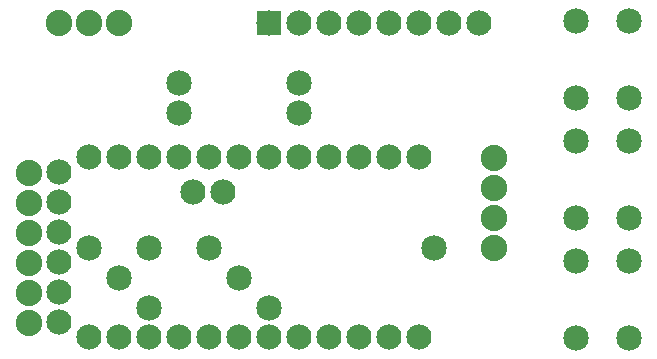
<source format=gbs>
G04 MADE WITH FRITZING*
G04 WWW.FRITZING.ORG*
G04 DOUBLE SIDED*
G04 HOLES PLATED*
G04 CONTOUR ON CENTER OF CONTOUR VECTOR*
%ASAXBY*%
%FSLAX23Y23*%
%MOIN*%
%OFA0B0*%
%SFA1.0B1.0*%
%ADD10C,0.084000*%
%ADD11C,0.085000*%
%ADD12C,0.088000*%
%ADD13R,0.084000X0.084000*%
%LNMASK0*%
G90*
G70*
G54D10*
X880Y1155D03*
X980Y1155D03*
X1080Y1155D03*
X1180Y1155D03*
X1280Y1155D03*
X1380Y1155D03*
X1480Y1155D03*
X1580Y1155D03*
X880Y1155D03*
X980Y1155D03*
X1080Y1155D03*
X1180Y1155D03*
X1280Y1155D03*
X1380Y1155D03*
X1480Y1155D03*
X1580Y1155D03*
X181Y656D03*
X181Y556D03*
X181Y456D03*
X181Y356D03*
X181Y256D03*
X181Y156D03*
X281Y706D03*
X381Y706D03*
X481Y706D03*
X581Y706D03*
X681Y706D03*
X626Y591D03*
X726Y591D03*
X781Y706D03*
X881Y706D03*
X981Y706D03*
X1081Y706D03*
X1181Y706D03*
X1281Y706D03*
X1381Y706D03*
X1381Y106D03*
X1281Y106D03*
X1181Y106D03*
X1081Y106D03*
X981Y106D03*
X881Y106D03*
X781Y106D03*
X681Y106D03*
X581Y106D03*
X481Y106D03*
X381Y106D03*
X281Y106D03*
G54D11*
X980Y855D03*
X580Y855D03*
X2080Y361D03*
X2080Y105D03*
X1903Y361D03*
X1903Y105D03*
X2080Y761D03*
X2080Y505D03*
X1903Y761D03*
X1903Y505D03*
X2080Y1161D03*
X2080Y905D03*
X1903Y1161D03*
X1903Y905D03*
X880Y205D03*
X480Y205D03*
X780Y305D03*
X380Y305D03*
X680Y405D03*
X280Y405D03*
G54D12*
X180Y1155D03*
X280Y1155D03*
X380Y1155D03*
X1630Y705D03*
X1630Y605D03*
X1630Y505D03*
X1630Y405D03*
G54D11*
X980Y955D03*
X580Y955D03*
X479Y404D03*
X1430Y405D03*
G54D12*
X80Y655D03*
X80Y555D03*
X80Y455D03*
X80Y355D03*
X80Y255D03*
X80Y155D03*
X80Y655D03*
X80Y555D03*
X80Y455D03*
X80Y355D03*
X80Y255D03*
X80Y155D03*
G54D13*
X880Y1155D03*
X880Y1155D03*
G04 End of Mask0*
M02*
</source>
